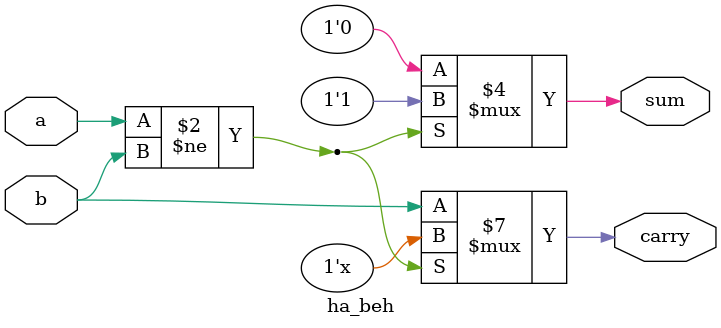
<source format=v>
`timescale 1ns / 1ps
module ha_beh(
    input a,
    input b,
    output sum,
    output carry
    );
	 reg sum,carry;

always @(*) begin

	if(a != b)
		sum = 1;
	else begin
		sum = 0;
		carry = b;
	end

end


endmodule

</source>
